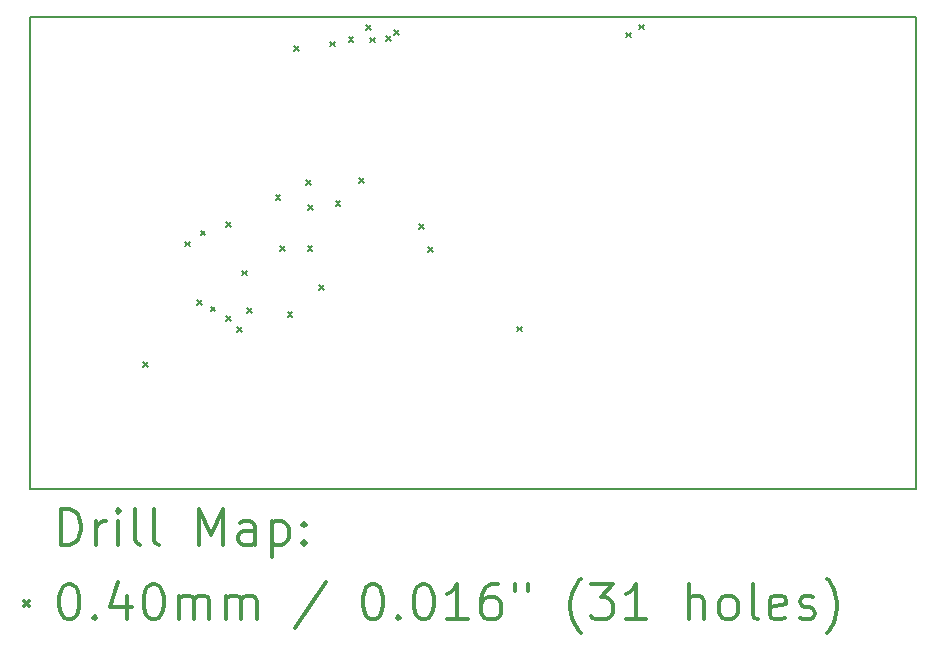
<source format=gbr>
%FSLAX45Y45*%
G04 Gerber Fmt 4.5, Leading zero omitted, Abs format (unit mm)*
G04 Created by KiCad (PCBNEW 4.0.7-e2-6376~60~ubuntu17.10.1) date Wed Mar 21 11:42:36 2018*
%MOMM*%
%LPD*%
G01*
G04 APERTURE LIST*
%ADD10C,0.127000*%
%ADD11C,0.150000*%
%ADD12C,0.200000*%
%ADD13C,0.300000*%
G04 APERTURE END LIST*
D10*
D11*
X7513984Y4013696D02*
X13984Y4013696D01*
X7513984Y13696D02*
X7513984Y4013696D01*
X13984Y13696D02*
X7513984Y13696D01*
X13984Y4013696D02*
X13984Y13696D01*
D12*
X975680Y1088832D02*
X1015680Y1048832D01*
X1015680Y1088832D02*
X975680Y1048832D01*
X1328740Y2107880D02*
X1368740Y2067880D01*
X1368740Y2107880D02*
X1328740Y2067880D01*
X1430848Y1613596D02*
X1470848Y1573596D01*
X1470848Y1613596D02*
X1430848Y1573596D01*
X1459804Y2200336D02*
X1499804Y2160336D01*
X1499804Y2200336D02*
X1459804Y2160336D01*
X1546672Y1556192D02*
X1586672Y1516192D01*
X1586672Y1556192D02*
X1546672Y1516192D01*
X1677736Y2274504D02*
X1717736Y2234504D01*
X1717736Y2274504D02*
X1677736Y2234504D01*
X1678752Y1478976D02*
X1718752Y1438976D01*
X1718752Y1478976D02*
X1678752Y1438976D01*
X1772224Y1380932D02*
X1812224Y1340932D01*
X1812224Y1380932D02*
X1772224Y1340932D01*
X1810832Y1860992D02*
X1850832Y1820992D01*
X1850832Y1860992D02*
X1810832Y1820992D01*
X1852488Y1545016D02*
X1892488Y1505016D01*
X1892488Y1545016D02*
X1852488Y1505016D01*
X2096328Y2501072D02*
X2136328Y2461072D01*
X2136328Y2501072D02*
X2096328Y2461072D01*
X2131888Y2072320D02*
X2171888Y2032320D01*
X2171888Y2072320D02*
X2131888Y2032320D01*
X2197420Y1508948D02*
X2237420Y1468948D01*
X2237420Y1508948D02*
X2197420Y1468948D01*
X2249744Y3760912D02*
X2289744Y3720912D01*
X2289744Y3760912D02*
X2249744Y3720912D01*
X2351344Y2629596D02*
X2391344Y2589596D01*
X2391344Y2629596D02*
X2351344Y2589596D01*
X2367600Y2070288D02*
X2407600Y2030288D01*
X2407600Y2070288D02*
X2367600Y2030288D01*
X2370648Y2417252D02*
X2410648Y2377252D01*
X2410648Y2417252D02*
X2370648Y2377252D01*
X2465644Y1741612D02*
X2505644Y1701612D01*
X2505644Y1741612D02*
X2465644Y1701612D01*
X2558608Y3801044D02*
X2598608Y3761044D01*
X2598608Y3801044D02*
X2558608Y3761044D01*
X2602804Y2447732D02*
X2642804Y2407732D01*
X2642804Y2447732D02*
X2602804Y2407732D01*
X2714056Y3840160D02*
X2754056Y3800160D01*
X2754056Y3840160D02*
X2714056Y3800160D01*
X2800924Y2647376D02*
X2840924Y2607376D01*
X2840924Y2647376D02*
X2800924Y2607376D01*
X2864932Y3937696D02*
X2904932Y3897696D01*
X2904932Y3937696D02*
X2864932Y3897696D01*
X2897952Y3834064D02*
X2937952Y3794064D01*
X2937952Y3834064D02*
X2897952Y3794064D01*
X3032572Y3844732D02*
X3072572Y3804732D01*
X3072572Y3844732D02*
X3032572Y3804732D01*
X3101152Y3898072D02*
X3141152Y3858072D01*
X3141152Y3898072D02*
X3101152Y3858072D01*
X3307908Y2257232D02*
X3347908Y2217232D01*
X3347908Y2257232D02*
X3307908Y2217232D01*
X3387664Y2062160D02*
X3427664Y2022160D01*
X3427664Y2062160D02*
X3387664Y2022160D01*
X4142044Y1388552D02*
X4182044Y1348552D01*
X4182044Y1388552D02*
X4142044Y1348552D01*
X5064064Y3878260D02*
X5104064Y3838260D01*
X5104064Y3878260D02*
X5064064Y3838260D01*
X5171760Y3943792D02*
X5211760Y3903792D01*
X5211760Y3943792D02*
X5171760Y3903792D01*
D13*
X277913Y-459518D02*
X277913Y-159518D01*
X349341Y-159518D01*
X392198Y-173804D01*
X420770Y-202375D01*
X435055Y-230947D01*
X449341Y-288090D01*
X449341Y-330947D01*
X435055Y-388090D01*
X420770Y-416661D01*
X392198Y-445233D01*
X349341Y-459518D01*
X277913Y-459518D01*
X577913Y-459518D02*
X577913Y-259518D01*
X577913Y-316661D02*
X592198Y-288090D01*
X606484Y-273804D01*
X635055Y-259518D01*
X663627Y-259518D01*
X763627Y-459518D02*
X763627Y-259518D01*
X763627Y-159518D02*
X749341Y-173804D01*
X763627Y-188090D01*
X777912Y-173804D01*
X763627Y-159518D01*
X763627Y-188090D01*
X949341Y-459518D02*
X920770Y-445233D01*
X906484Y-416661D01*
X906484Y-159518D01*
X1106484Y-459518D02*
X1077913Y-445233D01*
X1063627Y-416661D01*
X1063627Y-159518D01*
X1449341Y-459518D02*
X1449341Y-159518D01*
X1549341Y-373804D01*
X1649341Y-159518D01*
X1649341Y-459518D01*
X1920770Y-459518D02*
X1920770Y-302376D01*
X1906484Y-273804D01*
X1877912Y-259518D01*
X1820770Y-259518D01*
X1792198Y-273804D01*
X1920770Y-445233D02*
X1892198Y-459518D01*
X1820770Y-459518D01*
X1792198Y-445233D01*
X1777912Y-416661D01*
X1777912Y-388090D01*
X1792198Y-359518D01*
X1820770Y-345233D01*
X1892198Y-345233D01*
X1920770Y-330947D01*
X2063627Y-259518D02*
X2063627Y-559518D01*
X2063627Y-273804D02*
X2092198Y-259518D01*
X2149341Y-259518D01*
X2177913Y-273804D01*
X2192198Y-288090D01*
X2206484Y-316661D01*
X2206484Y-402375D01*
X2192198Y-430947D01*
X2177913Y-445233D01*
X2149341Y-459518D01*
X2092198Y-459518D01*
X2063627Y-445233D01*
X2335055Y-430947D02*
X2349341Y-445233D01*
X2335055Y-459518D01*
X2320770Y-445233D01*
X2335055Y-430947D01*
X2335055Y-459518D01*
X2335055Y-273804D02*
X2349341Y-288090D01*
X2335055Y-302376D01*
X2320770Y-288090D01*
X2335055Y-273804D01*
X2335055Y-302376D01*
X-33516Y-933804D02*
X6484Y-973804D01*
X6484Y-933804D02*
X-33516Y-973804D01*
X335055Y-789518D02*
X363627Y-789518D01*
X392198Y-803804D01*
X406484Y-818090D01*
X420770Y-846661D01*
X435055Y-903804D01*
X435055Y-975233D01*
X420770Y-1032375D01*
X406484Y-1060947D01*
X392198Y-1075233D01*
X363627Y-1089518D01*
X335055Y-1089518D01*
X306484Y-1075233D01*
X292198Y-1060947D01*
X277913Y-1032375D01*
X263627Y-975233D01*
X263627Y-903804D01*
X277913Y-846661D01*
X292198Y-818090D01*
X306484Y-803804D01*
X335055Y-789518D01*
X563627Y-1060947D02*
X577913Y-1075233D01*
X563627Y-1089518D01*
X549341Y-1075233D01*
X563627Y-1060947D01*
X563627Y-1089518D01*
X835055Y-889518D02*
X835055Y-1089518D01*
X763627Y-775233D02*
X692198Y-989518D01*
X877912Y-989518D01*
X1049341Y-789518D02*
X1077913Y-789518D01*
X1106484Y-803804D01*
X1120770Y-818090D01*
X1135055Y-846661D01*
X1149341Y-903804D01*
X1149341Y-975233D01*
X1135055Y-1032375D01*
X1120770Y-1060947D01*
X1106484Y-1075233D01*
X1077913Y-1089518D01*
X1049341Y-1089518D01*
X1020770Y-1075233D01*
X1006484Y-1060947D01*
X992198Y-1032375D01*
X977912Y-975233D01*
X977912Y-903804D01*
X992198Y-846661D01*
X1006484Y-818090D01*
X1020770Y-803804D01*
X1049341Y-789518D01*
X1277913Y-1089518D02*
X1277913Y-889518D01*
X1277913Y-918090D02*
X1292198Y-903804D01*
X1320770Y-889518D01*
X1363627Y-889518D01*
X1392198Y-903804D01*
X1406484Y-932375D01*
X1406484Y-1089518D01*
X1406484Y-932375D02*
X1420770Y-903804D01*
X1449341Y-889518D01*
X1492198Y-889518D01*
X1520770Y-903804D01*
X1535055Y-932375D01*
X1535055Y-1089518D01*
X1677912Y-1089518D02*
X1677912Y-889518D01*
X1677912Y-918090D02*
X1692198Y-903804D01*
X1720770Y-889518D01*
X1763627Y-889518D01*
X1792198Y-903804D01*
X1806484Y-932375D01*
X1806484Y-1089518D01*
X1806484Y-932375D02*
X1820770Y-903804D01*
X1849341Y-889518D01*
X1892198Y-889518D01*
X1920770Y-903804D01*
X1935055Y-932375D01*
X1935055Y-1089518D01*
X2520770Y-775233D02*
X2263627Y-1160947D01*
X2906484Y-789518D02*
X2935055Y-789518D01*
X2963627Y-803804D01*
X2977912Y-818090D01*
X2992198Y-846661D01*
X3006484Y-903804D01*
X3006484Y-975233D01*
X2992198Y-1032375D01*
X2977912Y-1060947D01*
X2963627Y-1075233D01*
X2935055Y-1089518D01*
X2906484Y-1089518D01*
X2877912Y-1075233D01*
X2863627Y-1060947D01*
X2849341Y-1032375D01*
X2835055Y-975233D01*
X2835055Y-903804D01*
X2849341Y-846661D01*
X2863627Y-818090D01*
X2877912Y-803804D01*
X2906484Y-789518D01*
X3135055Y-1060947D02*
X3149341Y-1075233D01*
X3135055Y-1089518D01*
X3120770Y-1075233D01*
X3135055Y-1060947D01*
X3135055Y-1089518D01*
X3335055Y-789518D02*
X3363627Y-789518D01*
X3392198Y-803804D01*
X3406484Y-818090D01*
X3420769Y-846661D01*
X3435055Y-903804D01*
X3435055Y-975233D01*
X3420769Y-1032375D01*
X3406484Y-1060947D01*
X3392198Y-1075233D01*
X3363627Y-1089518D01*
X3335055Y-1089518D01*
X3306484Y-1075233D01*
X3292198Y-1060947D01*
X3277912Y-1032375D01*
X3263627Y-975233D01*
X3263627Y-903804D01*
X3277912Y-846661D01*
X3292198Y-818090D01*
X3306484Y-803804D01*
X3335055Y-789518D01*
X3720769Y-1089518D02*
X3549341Y-1089518D01*
X3635055Y-1089518D02*
X3635055Y-789518D01*
X3606484Y-832375D01*
X3577912Y-860947D01*
X3549341Y-875233D01*
X3977912Y-789518D02*
X3920769Y-789518D01*
X3892198Y-803804D01*
X3877912Y-818090D01*
X3849341Y-860947D01*
X3835055Y-918090D01*
X3835055Y-1032375D01*
X3849341Y-1060947D01*
X3863627Y-1075233D01*
X3892198Y-1089518D01*
X3949341Y-1089518D01*
X3977912Y-1075233D01*
X3992198Y-1060947D01*
X4006484Y-1032375D01*
X4006484Y-960947D01*
X3992198Y-932375D01*
X3977912Y-918090D01*
X3949341Y-903804D01*
X3892198Y-903804D01*
X3863627Y-918090D01*
X3849341Y-932375D01*
X3835055Y-960947D01*
X4120770Y-789518D02*
X4120770Y-846661D01*
X4235055Y-789518D02*
X4235055Y-846661D01*
X4677912Y-1203804D02*
X4663627Y-1189518D01*
X4635055Y-1146661D01*
X4620770Y-1118090D01*
X4606484Y-1075233D01*
X4592198Y-1003804D01*
X4592198Y-946661D01*
X4606484Y-875233D01*
X4620770Y-832375D01*
X4635055Y-803804D01*
X4663627Y-760947D01*
X4677912Y-746661D01*
X4763627Y-789518D02*
X4949341Y-789518D01*
X4849341Y-903804D01*
X4892198Y-903804D01*
X4920770Y-918090D01*
X4935055Y-932375D01*
X4949341Y-960947D01*
X4949341Y-1032375D01*
X4935055Y-1060947D01*
X4920770Y-1075233D01*
X4892198Y-1089518D01*
X4806484Y-1089518D01*
X4777912Y-1075233D01*
X4763627Y-1060947D01*
X5235055Y-1089518D02*
X5063627Y-1089518D01*
X5149341Y-1089518D02*
X5149341Y-789518D01*
X5120770Y-832375D01*
X5092198Y-860947D01*
X5063627Y-875233D01*
X5592198Y-1089518D02*
X5592198Y-789518D01*
X5720769Y-1089518D02*
X5720769Y-932375D01*
X5706484Y-903804D01*
X5677912Y-889518D01*
X5635055Y-889518D01*
X5606484Y-903804D01*
X5592198Y-918090D01*
X5906484Y-1089518D02*
X5877912Y-1075233D01*
X5863627Y-1060947D01*
X5849341Y-1032375D01*
X5849341Y-946661D01*
X5863627Y-918090D01*
X5877912Y-903804D01*
X5906484Y-889518D01*
X5949341Y-889518D01*
X5977912Y-903804D01*
X5992198Y-918090D01*
X6006484Y-946661D01*
X6006484Y-1032375D01*
X5992198Y-1060947D01*
X5977912Y-1075233D01*
X5949341Y-1089518D01*
X5906484Y-1089518D01*
X6177912Y-1089518D02*
X6149341Y-1075233D01*
X6135055Y-1046661D01*
X6135055Y-789518D01*
X6406484Y-1075233D02*
X6377912Y-1089518D01*
X6320770Y-1089518D01*
X6292198Y-1075233D01*
X6277912Y-1046661D01*
X6277912Y-932375D01*
X6292198Y-903804D01*
X6320770Y-889518D01*
X6377912Y-889518D01*
X6406484Y-903804D01*
X6420770Y-932375D01*
X6420770Y-960947D01*
X6277912Y-989518D01*
X6535055Y-1075233D02*
X6563627Y-1089518D01*
X6620770Y-1089518D01*
X6649341Y-1075233D01*
X6663627Y-1046661D01*
X6663627Y-1032375D01*
X6649341Y-1003804D01*
X6620770Y-989518D01*
X6577912Y-989518D01*
X6549341Y-975233D01*
X6535055Y-946661D01*
X6535055Y-932375D01*
X6549341Y-903804D01*
X6577912Y-889518D01*
X6620770Y-889518D01*
X6649341Y-903804D01*
X6763627Y-1203804D02*
X6777912Y-1189518D01*
X6806484Y-1146661D01*
X6820770Y-1118090D01*
X6835055Y-1075233D01*
X6849341Y-1003804D01*
X6849341Y-946661D01*
X6835055Y-875233D01*
X6820770Y-832375D01*
X6806484Y-803804D01*
X6777912Y-760947D01*
X6763627Y-746661D01*
M02*

</source>
